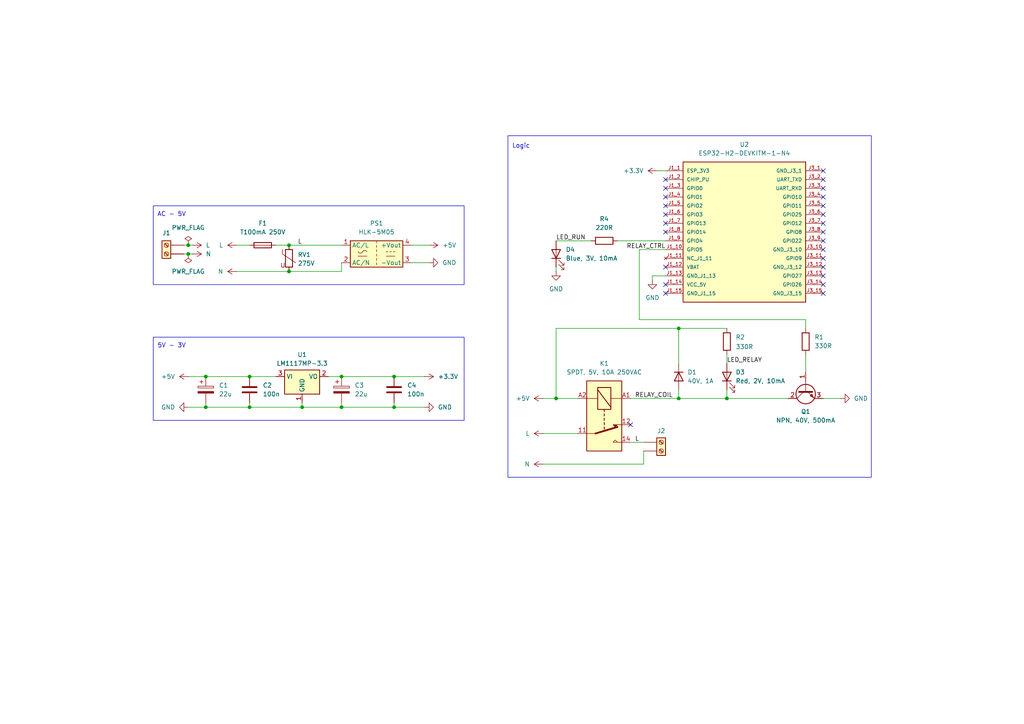
<source format=kicad_sch>
(kicad_sch (version 20250114) (generator "eeschema") (generator_version "9.0")
  (paper "A4")
  (title_block (title "ESP32-H2 smart switch") (date "2025-03-27") (rev "1") (company "Sivakov Tech") (comment 1 "Nikita Sivakov"))
  (lib_symbols
    (symbol "Converter_ACDC:HLK-5M05"
      (property "Reference" "PS" (at 0 5.08 0))
      (property "Value" "HLK-5M05" (at 0 -5.08 0))
      (symbol "HLK-5M05_0_1"
        (rectangle (start -7.62 3.81) (end 7.62 -3.81) (stroke (width 0.254)) (fill (type background)))
        (polyline (pts (xy -5.334 -0.635) (xy -2.794 -0.635)))
        (arc (start -4.064 0.635) (mid -4.699 0.2495) (end -5.334 0.635))
        (arc (start -4.064 0.635) (mid -3.429 1.0072) (end -2.794 0.635))
        (polyline (pts (xy 0 3.81) (xy 0 3.175)))
        (polyline (pts (xy 0 2.54) (xy 0 1.905)))
        (polyline (pts (xy 0 1.27) (xy 0 0.635)))
        (polyline (pts (xy 0 0) (xy 0 -0.635)))
        (polyline (pts (xy 0 -1.27) (xy 0 -1.905)))
        (polyline (pts (xy 0 -2.54) (xy 0 -3.175)))
        (polyline (pts (xy 2.794 0.635) (xy 3.302 0.635)))
        (polyline (pts (xy 2.794 -0.635) (xy 5.334 -0.635)))
        (polyline (pts (xy 3.81 0.635) (xy 4.318 0.635)))
        (polyline (pts (xy 4.826 0.635) (xy 5.334 0.635)))
      )
      (symbol "HLK-5M05_1_1"
        (pin power_in line (at -10.16 2.54 0) (length 2.54) (name "AC/L") (number "1"))
        (pin power_in line (at -10.16 -2.54 0) (length 2.54) (name "AC/N") (number "2"))
        (pin power_out line (at 10.16 2.54 180) (length 2.54) (name "+Vout") (number "4"))
        (pin power_out line (at 10.16 -2.54 180) (length 2.54) (name "-Vout") (number "3"))
      )
    )
    (symbol "Device:C" (pin_numbers (hide yes)) (pin_names (offset 0.254))
      (property "Reference" "C" (at 0.635 2.54 0))
      (property "Value" "C" (at 0.635 -2.54 0))
      (symbol "C_0_1"
        (polyline (pts (xy -2.032 0.762) (xy 2.032 0.762)) (stroke (width 0.508)))
        (polyline (pts (xy -2.032 -0.762) (xy 2.032 -0.762)) (stroke (width 0.508)))
      )
      (symbol "C_1_1"
        (pin passive line (at 0 3.81 270) (length 2.794) (name "~") (number "1"))
        (pin passive line (at 0 -3.81 90) (length 2.794) (name "~") (number "2"))
      )
    )
    (symbol "Device:C_Polarized" (pin_numbers (hide yes)) (pin_names (offset 0.254))
      (property "Reference" "C" (at 0.635 2.54 0))
      (property "Value" "C_Polarized" (at 0.635 -2.54 0))
      (symbol "C_Polarized_0_1"
        (rectangle (start -2.286 0.508) (end 2.286 1.016))
        (polyline (pts (xy -1.778 2.286) (xy -0.762 2.286)))
        (polyline (pts (xy -1.27 2.794) (xy -1.27 1.778)))
        (rectangle (start 2.286 -0.508) (end -2.286 -1.016) (fill (type outline)))
      )
      (symbol "C_Polarized_1_1"
        (pin passive line (at 0 3.81 270) (length 2.794) (name "~") (number "1"))
        (pin passive line (at 0 -3.81 90) (length 2.794) (name "~") (number "2"))
      )
    )
    (symbol "Device:D" (pin_numbers (hide yes)) (pin_names (offset 1.016) (hide yes))
      (property "Reference" "D" (at 0 2.54 0))
      (property "Value" "D" (at 0 -2.54 0))
      (symbol "D_0_1"
        (polyline (pts (xy -1.27 1.27) (xy -1.27 -1.27)) (stroke (width 0.254)))
        (polyline (pts (xy 1.27 1.27) (xy 1.27 -1.27) (xy -1.27 0) (xy 1.27 1.27)) (stroke (width 0.254)))
        (polyline (pts (xy 1.27 0) (xy -1.27 0)))
      )
      (symbol "D_1_1"
        (pin passive line (at -3.81 0 0) (length 2.54) (name "K") (number "1"))
        (pin passive line (at 3.81 0 180) (length 2.54) (name "A") (number "2"))
      )
    )
    (symbol "Device:Fuse" (pin_numbers (hide yes)) (pin_names (offset 0))
      (property "Reference" "F" (at 2.032 0 90))
      (property "Value" "Fuse" (at -1.905 0 90))
      (symbol "Fuse_0_1"
        (rectangle (start -0.762 -2.54) (end 0.762 2.54) (stroke (width 0.254)))
        (polyline (pts (xy 0 2.54) (xy 0 -2.54)))
      )
      (symbol "Fuse_1_1"
        (pin passive line (at 0 3.81 270) (length 1.27) (name "~") (number "1"))
        (pin passive line (at 0 -3.81 90) (length 1.27) (name "~") (number "2"))
      )
    )
    (symbol "Device:LED" (pin_numbers (hide yes)) (pin_names (offset 1.016) (hide yes))
      (property "Reference" "D" (at 0 2.54 0))
      (property "Value" "LED" (at 0 -2.54 0))
      (symbol "LED_0_1"
        (polyline (pts (xy -3.048 -0.762) (xy -4.572 -2.286) (xy -3.81 -2.286) (xy -4.572 -2.286) (xy -4.572 -1.524)))
        (polyline (pts (xy -1.778 -0.762) (xy -3.302 -2.286) (xy -2.54 -2.286) (xy -3.302 -2.286) (xy -3.302 -1.524)))
        (polyline (pts (xy -1.27 0) (xy 1.27 0)))
        (polyline (pts (xy -1.27 -1.27) (xy -1.27 1.27)) (stroke (width 0.254)))
        (polyline (pts (xy 1.27 -1.27) (xy 1.27 1.27) (xy -1.27 0) (xy 1.27 -1.27)) (stroke (width 0.254)))
      )
      (symbol "LED_1_1"
        (pin passive line (at -3.81 0 0) (length 2.54) (name "K") (number "1"))
        (pin passive line (at 3.81 0 180) (length 2.54) (name "A") (number "2"))
      )
    )
    (symbol "Device:R" (pin_numbers (hide yes)) (pin_names (offset 0))
      (property "Reference" "R" (at 2.032 0 90))
      (property "Value" "R" (at 0 0 90))
      (symbol "R_0_1"
        (rectangle (start -1.016 -2.54) (end 1.016 2.54) (stroke (width 0.254)))
      )
      (symbol "R_1_1"
        (pin passive line (at 0 3.81 270) (length 1.27) (name "~") (number "1"))
        (pin passive line (at 0 -3.81 90) (length 1.27) (name "~") (number "2"))
      )
    )
    (symbol "Device:Varistor" (pin_numbers (hide yes)) (pin_names (offset 0))
      (property "Reference" "RV" (at 3.175 0 90))
      (property "Value" "Varistor" (at -3.175 0 90))
      (symbol "Varistor_0_0"
        (text "U" (at -1.778 -2.032 0) (effects (font (size 1.27 1.27))))
      )
      (symbol "Varistor_0_1"
        (polyline (pts (xy -1.905 2.54) (xy -1.905 1.27) (xy 1.905 -1.27)))
        (rectangle (start -1.016 -2.54) (end 1.016 2.54) (stroke (width 0.254)))
      )
      (symbol "Varistor_1_1"
        (pin passive line (at 0 3.81 270) (length 1.27) (name "~") (number "1"))
        (pin passive line (at 0 -3.81 90) (length 1.27) (name "~") (number "2"))
      )
    )
    (symbol "ESP32-H2-DEVKITM-1-N4:ESP32-H2-DEVKITM-1-N4" (pin_names (offset 1.016))
      (property "Reference" "U" (at -17.78 21.082 0))
      (property "Value" "ESP32-H2-DEVKITM-1-N4" (at -17.78 -22.86 0))
      (symbol "ESP32-H2-DEVKITM-1-N4_0_0"
        (rectangle (start -17.78 -20.32) (end 17.78 20.32) (stroke (width 0.254)) (fill (type background)))
        (pin power_in line (at -22.86 17.78 0) (length 5.08) (name "ESP_3V3") (number "J1_1"))
        (pin input line (at -22.86 15.24 0) (length 5.08) (name "CHIP_PU") (number "J1_2"))
        (pin bidirectional line (at -22.86 12.7 0) (length 5.08) (name "GPIO0") (number "J1_3"))
        (pin bidirectional line (at -22.86 10.16 0) (length 5.08) (name "GPIO1") (number "J1_4"))
        (pin bidirectional line (at -22.86 7.62 0) (length 5.08) (name "GPIO2") (number "J1_5"))
        (pin bidirectional line (at -22.86 5.08 0) (length 5.08) (name "GPIO3") (number "J1_6"))
        (pin bidirectional line (at -22.86 2.54 0) (length 5.08) (name "GPIO13") (number "J1_7"))
        (pin bidirectional line (at -22.86 0 0) (length 5.08) (name "GPIO14") (number "J1_8"))
        (pin bidirectional line (at -22.86 -2.54 0) (length 5.08) (name "GPIO4") (number "J1_9"))
        (pin bidirectional line (at -22.86 -5.08 0) (length 5.08) (name "GPIO5") (number "J1_10"))
        (pin no_connect line (at -22.86 -7.62 0) (length 5.08) (name "NC_J1_11") (number "J1_11"))
        (pin power_in line (at -22.86 -10.16 0) (length 5.08) (name "VBAT") (number "J1_12"))
        (pin power_in line (at -22.86 -12.7 0) (length 5.08) (name "GND_J1_13") (number "J1_13"))
        (pin power_in line (at -22.86 -15.24 0) (length 5.08) (name "VCC_5V") (number "J1_14"))
        (pin power_in line (at -22.86 -17.78 0) (length 5.08) (name "GND_J1_15") (number "J1_15"))
        (pin power_in line (at 22.86 17.78 180) (length 5.08) (name "GND_J3_1") (number "J3_1"))
        (pin bidirectional line (at 22.86 15.24 180) (length 5.08) (name "UART_TXD") (number "J3_2"))
        (pin bidirectional line (at 22.86 12.7 180) (length 5.08) (name "UART_RXD") (number "J3_3"))
        (pin bidirectional line (at 22.86 10.16 180) (length 5.08) (name "GPIO10") (number "J3_4"))
        (pin bidirectional line (at 22.86 7.62 180) (length 5.08) (name "GPIO11") (number "J3_5"))
        (pin bidirectional line (at 22.86 5.08 180) (length 5.08) (name "GPIO25") (number "J3_6"))
        (pin bidirectional line (at 22.86 2.54 180) (length 5.08) (name "GPIO12") (number "J3_7"))
        (pin bidirectional line (at 22.86 0 180) (length 5.08) (name "GPIO8") (number "J3_8"))
        (pin bidirectional line (at 22.86 -2.54 180) (length 5.08) (name "GPIO22") (number "J3_9"))
        (pin power_in line (at 22.86 -5.08 180) (length 5.08) (name "GND_J3_10") (number "J3_10"))
        (pin bidirectional line (at 22.86 -7.62 180) (length 5.08) (name "GPIO9") (number "J3_11"))
        (pin power_in line (at 22.86 -10.16 180) (length 5.08) (name "GND_J3_12") (number "J3_12"))
        (pin bidirectional line (at 22.86 -12.7 180) (length 5.08) (name "GPIO27") (number "J3_13"))
        (pin bidirectional line (at 22.86 -15.24 180) (length 5.08) (name "GPIO26") (number "J3_14"))
        (pin power_in line (at 22.86 -17.78 180) (length 5.08) (name "GND_J3_15") (number "J3_15"))
      )
    )
    (symbol "Regulator_Linear:LM1117MP-3.3"
      (property "Reference" "U" (at -3.81 3.175 0))
      (property "Value" "LM1117MP-3.3" (at 0 3.175 0))
      (symbol "LM1117MP-3.3_0_1"
        (rectangle (start -5.08 -5.08) (end 5.08 1.905) (stroke (width 0.254)) (fill (type background)))
      )
      (symbol "LM1117MP-3.3_1_1"
        (pin power_in line (at -7.62 0 0) (length 2.54) (name "VI") (number "3"))
        (pin power_in line (at 0 -7.62 90) (length 2.54) (name "GND") (number "1"))
        (pin power_out line (at 7.62 0 180) (length 2.54) (name "VO") (number "2"))
      )
    )
    (symbol "Relay:Relay_SPDT"
      (property "Reference" "K" (at 11.43 3.81 0))
      (property "Value" "Relay_SPDT" (at 11.43 1.27 0))
      (symbol "Relay_SPDT_0_0"
        (polyline (pts (xy 7.62 5.08) (xy 7.62 2.54) (xy 6.985 3.175) (xy 7.62 3.81)))
      )
      (symbol "Relay_SPDT_0_1"
        (rectangle (start -10.16 5.08) (end 10.16 -5.08) (stroke (width 0.254)) (fill (type background)))
        (rectangle (start -8.255 1.905) (end -1.905 -1.905) (stroke (width 0.254)))
        (polyline (pts (xy -7.62 -1.905) (xy -2.54 1.905)) (stroke (width 0.254)))
        (polyline (pts (xy -5.08 5.08) (xy -5.08 1.905)))
        (polyline (pts (xy -5.08 -5.08) (xy -5.08 -1.905)))
        (polyline (pts (xy -1.905 0) (xy -1.27 0)) (stroke (width 0.254)))
        (polyline (pts (xy -0.635 0) (xy 0 0)) (stroke (width 0.254)))
        (polyline (pts (xy 0.635 0) (xy 1.27 0)) (stroke (width 0.254)))
        (polyline (pts (xy 1.905 0) (xy 2.54 0)) (stroke (width 0.254)))
        (polyline (pts (xy 2.54 5.08) (xy 2.54 2.54) (xy 3.175 3.175) (xy 2.54 3.81)) (fill (type outline)))
        (polyline (pts (xy 3.175 0) (xy 3.81 0)) (stroke (width 0.254)))
        (polyline (pts (xy 5.08 -2.54) (xy 3.175 3.81)) (stroke (width 0.508)))
        (polyline (pts (xy 5.08 -2.54) (xy 5.08 -5.08)))
      )
      (symbol "Relay_SPDT_1_1"
        (pin passive line (at -5.08 7.62 270) (length 2.54) (name "~") (number "A1"))
        (pin passive line (at -5.08 -7.62 90) (length 2.54) (name "~") (number "A2"))
        (pin passive line (at 2.54 7.62 270) (length 2.54) (name "~") (number "12"))
        (pin passive line (at 5.08 -7.62 90) (length 2.54) (name "~") (number "11"))
        (pin passive line (at 7.62 7.62 270) (length 2.54) (name "~") (number "14"))
      )
    )
    (symbol "Screw_Terminal_01x02_1" (pin_numbers (hide yes)) (pin_names (offset 1.016) (hide yes))
      (property "Reference" "J" (at 0 2.54 0))
      (property "Value" "Screw_Terminal_01x02" (at 0 -5.08 0))
      (symbol "Screw_Terminal_01x02_1_1_1"
        (rectangle (start -1.27 1.27) (end 1.27 -3.81) (stroke (width 0.254)) (fill (type background)))
        (polyline (pts (xy -0.5334 0.3302) (xy 0.3302 -0.508)) (stroke (width 0.1524)))
        (polyline (pts (xy -0.5334 -2.2098) (xy 0.3302 -3.048)) (stroke (width 0.1524)))
        (polyline (pts (xy -0.3556 0.508) (xy 0.508 -0.3302)) (stroke (width 0.1524)))
        (polyline (pts (xy -0.3556 -2.032) (xy 0.508 -2.8702)) (stroke (width 0.1524)))
        (circle (center 0 0) (radius 0.635) (stroke (width 0.1524)))
        (circle (center 0 -2.54) (radius 0.635) (stroke (width 0.1524)))
        (pin passive line (at -5.08 0 0) (length 3.81) (name "Pin_1") (number "1"))
        (pin passive line (at -5.08 -2.54 0) (length 3.81) (name "Pin_2") (number "2"))
      )
    )
    (symbol "Transistor_BJT:Q_NPN_BCE" (pin_names (offset 0) (hide yes))
      (property "Reference" "Q" (at 5.08 1.27 0))
      (property "Value" "Q_NPN_BCE" (at 5.08 -1.27 0))
      (symbol "Q_NPN_BCE_0_1"
        (polyline (pts (xy -2.54 0) (xy 0.635 0)))
        (polyline (pts (xy 0.635 1.905) (xy 0.635 -1.905)) (stroke (width 0.508)))
        (circle (center 1.27 0) (radius 2.8194) (stroke (width 0.254)))
      )
      (symbol "Q_NPN_BCE_1_1"
        (polyline (pts (xy 0.635 0.635) (xy 2.54 2.54)))
        (polyline (pts (xy 0.635 -0.635) (xy 2.54 -2.54)))
        (polyline (pts (xy 1.27 -1.778) (xy 1.778 -1.27) (xy 2.286 -2.286) (xy 1.27 -1.778)) (fill (type outline)))
        (pin input line (at -5.08 0 0) (length 2.54) (name "B") (number "1"))
        (pin passive line (at 2.54 5.08 270) (length 2.54) (name "C") (number "2"))
        (pin passive line (at 2.54 -5.08 90) (length 2.54) (name "E") (number "3"))
      )
    )
    (symbol "power:+3.3V" (power) (pin_numbers (hide yes)) (pin_names (offset 0) (hide yes))
      (property "Value" "+3.3V" (at 0 3.556 0))
      (symbol "+3.3V_0_1"
        (polyline (pts (xy -0.762 1.27) (xy 0 2.54)))
        (polyline (pts (xy 0 2.54) (xy 0.762 1.27)))
        (polyline (pts (xy 0 0) (xy 0 2.54)))
      )
      (symbol "+3.3V_1_1"
        (pin power_in line (at 0 0 90) (length 0) (name "~") (number "1"))
      )
    )
    (symbol "power:+5V" (power) (pin_numbers (hide yes)) (pin_names (offset 0) (hide yes))
      (property "Value" "+5V" (at 0 3.556 0))
      (symbol "+5V_0_1"
        (polyline (pts (xy -0.762 1.27) (xy 0 2.54)))
        (polyline (pts (xy 0 2.54) (xy 0.762 1.27)))
        (polyline (pts (xy 0 0) (xy 0 2.54)))
      )
      (symbol "+5V_1_1"
        (pin power_in line (at 0 0 90) (length 0) (name "~") (number "1"))
      )
    )
    (symbol "power:GND" (power) (pin_numbers (hide yes)) (pin_names (offset 0) (hide yes))
      (property "Value" "GND" (at 0 -3.81 0))
      (symbol "GND_0_1"
        (polyline (pts (xy 0 0) (xy 0 -1.27) (xy 1.27 -1.27) (xy 0 -2.54) (xy -1.27 -1.27) (xy 0 -1.27)))
      )
      (symbol "GND_1_1"
        (pin power_in line (at 0 0 270) (length 0) (name "~") (number "1"))
      )
    )
    (symbol "power:PWR_FLAG" (power) (pin_numbers (hide yes)) (pin_names (offset 0) (hide yes))
      (property "Value" "PWR_FLAG" (at 0 3.81 0))
      (symbol "PWR_FLAG_0_0"
        (pin power_out line (at 0 0 90) (length 0) (name "~") (number "1"))
      )
      (symbol "PWR_FLAG_0_1"
        (polyline (pts (xy 0 0) (xy 0 1.27) (xy -1.016 1.905) (xy 0 2.54) (xy 1.016 1.905) (xy 0 1.27)))
      )
    )
  )
  (rectangle (start 147.32 39.37) (end 252.73 138.43))
  (rectangle (start 44.45 97.79) (end 134.62 121.92))
  (rectangle (start 44.45 59.69) (end 134.62 82.55))
  (text "5V - 3V" (at 49.784 100.33 0) (effects (font (size 1.27 1.27))))
  (text "AC - 5V" (at 49.784 62.23 0) (effects (font (size 1.27 1.27))))
  (text "Logic" (at 151.13 42.418 0) (effects (font (size 1.27 1.27))))
  (junction (at 196.85 95.25))
  (junction (at 196.85 115.57))
  (junction (at 114.3 109.22))
  (junction (at 87.63 118.11))
  (junction (at 161.29 115.57))
  (junction (at 59.69 109.22))
  (junction (at 83.82 71.12))
  (junction (at 72.39 109.22))
  (junction (at 83.82 78.74))
  (junction (at 99.06 109.22))
  (junction (at 54.61 73.66))
  (junction (at 99.06 118.11))
  (junction (at 210.82 115.57))
  (junction (at 72.39 118.11))
  (junction (at 54.61 71.12))
  (junction (at 114.3 118.11))
  (junction (at 59.69 118.11))
  (no_connect (at 193.04 64.77))
  (no_connect (at 238.76 82.55))
  (no_connect (at 238.76 49.53))
  (no_connect (at 193.04 82.55))
  (no_connect (at 238.76 54.61))
  (no_connect (at 238.76 64.77))
  (no_connect (at 238.76 52.07))
  (no_connect (at 238.76 69.85))
  (no_connect (at 238.76 72.39))
  (no_connect (at 238.76 59.69))
  (no_connect (at 238.76 62.23))
  (no_connect (at 193.04 77.47))
  (no_connect (at 193.04 59.69))
  (no_connect (at 238.76 77.47))
  (no_connect (at 193.04 62.23))
  (no_connect (at 193.04 52.07))
  (no_connect (at 238.76 67.31))
  (no_connect (at 193.04 57.15))
  (no_connect (at 193.04 54.61))
  (no_connect (at 238.76 74.93))
  (no_connect (at 193.04 67.31))
  (no_connect (at 193.04 85.09))
  (no_connect (at 238.76 85.09))
  (no_connect (at 238.76 57.15))
  (no_connect (at 182.88 123.19))
  (no_connect (at 238.76 80.01))
  (wire (pts (xy 196.85 115.57) (xy 210.82 115.57)))
  (wire (pts (xy 87.63 118.11) (xy 87.63 116.84)))
  (wire (pts (xy 99.06 118.11) (xy 114.3 118.11)))
  (wire (pts (xy 53.34 73.66) (xy 54.61 73.66)))
  (wire (pts (xy 189.23 80.01) (xy 189.23 81.28)))
  (wire (pts (xy 161.29 95.25) (xy 196.85 95.25)))
  (wire (pts (xy 68.58 71.12) (xy 72.39 71.12)))
  (wire (pts (xy 99.06 76.2) (xy 99.06 78.74)))
  (wire (pts (xy 114.3 118.11) (xy 114.3 116.84)))
  (wire (pts (xy 238.76 115.57) (xy 243.84 115.57)))
  (wire (pts (xy 182.88 115.57) (xy 196.85 115.57)))
  (wire (pts (xy 196.85 95.25) (xy 196.85 105.41)))
  (wire (pts (xy 119.38 76.2) (xy 124.46 76.2)))
  (wire (pts (xy 210.82 102.87) (xy 210.82 105.41)))
  (wire (pts (xy 59.69 118.11) (xy 59.69 116.84)))
  (wire (pts (xy 179.07 69.85) (xy 193.04 69.85)))
  (wire (pts (xy 95.25 109.22) (xy 99.06 109.22)))
  (wire (pts (xy 196.85 95.25) (xy 210.82 95.25)))
  (wire (pts (xy 186.69 128.27) (xy 182.88 128.27)))
  (wire (pts (xy 54.61 73.66) (xy 55.88 73.66)))
  (wire (pts (xy 210.82 115.57) (xy 228.6 115.57)))
  (wire (pts (xy 72.39 109.22) (xy 80.01 109.22)))
  (wire (pts (xy 99.06 109.22) (xy 114.3 109.22)))
  (wire (pts (xy 72.39 118.11) (xy 87.63 118.11)))
  (wire (pts (xy 54.61 109.22) (xy 59.69 109.22)))
  (wire (pts (xy 193.04 80.01) (xy 189.23 80.01)))
  (wire (pts (xy 119.38 71.12) (xy 124.46 71.12)))
  (wire (pts (xy 68.58 78.74) (xy 83.82 78.74)))
  (wire (pts (xy 83.82 71.12) (xy 99.06 71.12)))
  (wire (pts (xy 59.69 109.22) (xy 72.39 109.22)))
  (wire (pts (xy 157.48 134.62) (xy 186.69 134.62)))
  (wire (pts (xy 185.42 92.71) (xy 233.68 92.71)))
  (wire (pts (xy 114.3 109.22) (xy 123.19 109.22)))
  (wire (pts (xy 233.68 102.87) (xy 233.68 107.95)))
  (wire (pts (xy 190.5 49.53) (xy 193.04 49.53)))
  (wire (pts (xy 53.34 71.12) (xy 54.61 71.12)))
  (wire (pts (xy 186.69 130.81) (xy 186.69 134.62)))
  (wire (pts (xy 210.82 113.03) (xy 210.82 115.57)))
  (wire (pts (xy 83.82 78.74) (xy 99.06 78.74)))
  (wire (pts (xy 161.29 77.47) (xy 161.29 78.74)))
  (wire (pts (xy 54.61 71.12) (xy 55.88 71.12)))
  (wire (pts (xy 185.42 72.39) (xy 185.42 92.71)))
  (wire (pts (xy 59.69 118.11) (xy 72.39 118.11)))
  (wire (pts (xy 161.29 95.25) (xy 161.29 115.57)))
  (wire (pts (xy 54.61 118.11) (xy 59.69 118.11)))
  (wire (pts (xy 99.06 118.11) (xy 99.06 116.84)))
  (wire (pts (xy 161.29 69.85) (xy 171.45 69.85)))
  (wire (pts (xy 185.42 72.39) (xy 193.04 72.39)))
  (wire (pts (xy 114.3 118.11) (xy 123.19 118.11)))
  (wire (pts (xy 157.48 115.57) (xy 161.29 115.57)))
  (wire (pts (xy 157.48 125.73) (xy 167.64 125.73)))
  (wire (pts (xy 196.85 113.03) (xy 196.85 115.57)))
  (wire (pts (xy 233.68 92.71) (xy 233.68 95.25)))
  (wire (pts (xy 161.29 115.57) (xy 167.64 115.57)))
  (wire (pts (xy 72.39 118.11) (xy 72.39 116.84)))
  (wire (pts (xy 80.01 71.12) (xy 83.82 71.12)))
  (wire (pts (xy 87.63 118.11) (xy 99.06 118.11)))
  (label "LED_RELAY" (at 210.82 105.41 0))
  (label "LED_RUN" (at 161.29 69.85 0))
  (label "L" (at 184.15 128.27 0))
  (label "RELAY_COIL" (at 184.15 115.57 0))
  (label "RELAY_CTRL" (at 193.04 72.39 180))
  (label "L" (at 86.36 71.12 0))
  (symbol (lib_id "Device:Varistor") (at 83.82 74.93 0) (unit 1)
    (property "Reference" "RV1" (at 86.36 73.8532 0) (effects (justify left)))
    (property "Value" "275V" (at 86.36 76.3932 0) (effects (justify left)))
    (property "Description" "Voltage dependent resistor" (effects (hide yes)))
    (property "Sim.Name" "kicad_builtin_varistor" (effects (hide yes)))
    (property "Sim.Device" "SUBCKT" (effects (hide yes)))
    (property "Sim.Pins" "1=A 2=B" (effects (hide yes)))
    (property "Sim.Params" "threshold=1k" (effects (hide yes)))
    (property "Sim.Library" "${KICAD7_SYMBOL_DIR}/Simulation_SPICE.sp" (effects (hide yes)))
  )
  (symbol (lib_id "Transistor_BJT:Q_NPN_BCE") (at 233.68 113.03 90) (mirror x) (unit 1)
    (property "Reference" "Q1" (at 233.68 119.38 90))
    (property "Value" "NPN, 40V, 500mA" (at 233.68 121.92 90))
    (property "Description" "NPN transistor, base/collector/emitter" (effects (hide yes)))
  )
  (symbol (lib_id "Device:C") (at 114.3 113.03 0) (unit 1)
    (property "Reference" "C4" (at 118.11 111.7599 0) (effects (justify left)))
    (property "Value" "100n" (at 118.11 114.2999 0) (effects (justify left)))
    (property "Description" "Unpolarized capacitor" (effects (hide yes)))
  )
  (symbol (lib_id "power:GND") (at 243.84 115.57 90) (unit 1)
    (property "Reference" "#PWR014" (effects (hide yes)))
    (property "Value" "GND" (at 247.65 115.5699 90) (effects (justify right)))
    (property "Description" "Power symbol creates a global label with name \"GND\" , ground" (effects (hide yes)))
  )
  (symbol (lib_name "Screw_Terminal_01x02_1") (lib_id "Connector:Screw_Terminal_01x02") (at 191.77 128.27 0) (unit 1)
    (property "Reference" "J2" (at 191.77 124.968 0))
    (property "Value" "Screw_Terminal_01x02" (effects (hide yes)))
    (property "Description" "Generic screw terminal, single row, 01x02, script generated (kicad-library-utils/schlib/autogen/connector/)" (effects (hide yes)))
  )
  (symbol (lib_id "Device:LED") (at 210.82 109.22 90) (unit 1)
    (property "Reference" "D3" (at 213.36 107.95 90) (effects (justify right)))
    (property "Value" "Red, 2V, 10mA" (at 213.36 110.49 90) (effects (justify right)))
    (property "Description" "Light emitting diode" (effects (hide yes)))
    (property "Sim.Pins" "1=K 2=A" (effects (hide yes)))
  )
  (symbol (lib_id "power:+5V") (at 157.48 125.73 90) (unit 1)
    (property "Reference" "#PWR012" (effects (hide yes)))
    (property "Value" "L" (at 153.67 125.7299 90) (effects (justify left)))
    (property "Description" "Power symbol creates a global label with name \"+5V\"" (effects (hide yes)))
  )
  (symbol (lib_id "power:GND") (at 54.61 118.11 270) (unit 1)
    (property "Reference" "#PWR04" (effects (hide yes)))
    (property "Value" "GND" (at 50.8 118.1099 90) (effects (justify right)))
    (property "Description" "Power symbol creates a global label with name \"GND\" , ground" (effects (hide yes)))
  )
  (symbol (lib_id "power:+5V") (at 157.48 115.57 90) (unit 1)
    (property "Reference" "#PWR011" (effects (hide yes)))
    (property "Value" "+5V" (at 153.67 115.5699 90) (effects (justify left)))
    (property "Description" "Power symbol creates a global label with name \"+5V\"" (effects (hide yes)))
  )
  (symbol (lib_id "Device:C") (at 72.39 113.03 0) (unit 1)
    (property "Reference" "C2" (at 76.2 111.7599 0) (effects (justify left)))
    (property "Value" "100n" (at 76.2 114.2999 0) (effects (justify left)))
    (property "Description" "Unpolarized capacitor" (effects (hide yes)))
  )
  (symbol (lib_id "power:+5V") (at 55.88 73.66 270) (unit 1)
    (property "Reference" "#PWR02" (effects (hide yes)))
    (property "Value" "N" (at 59.69 73.6599 90) (effects (justify left)))
    (property "Description" "Power symbol creates a global label with name \"+5V\"" (effects (hide yes)))
  )
  (symbol (lib_id "Device:D") (at 196.85 109.22 270) (unit 1)
    (property "Reference" "D1" (at 199.39 107.9499 90) (effects (justify left)))
    (property "Value" "40V, 1A" (at 199.39 110.4899 90) (effects (justify left)))
    (property "Description" "Diode" (effects (hide yes)))
    (property "Sim.Device" "D" (effects (hide yes)))
    (property "Sim.Pins" "1=K 2=A" (effects (hide yes)))
  )
  (symbol (lib_id "power:+3.3V") (at 123.19 109.22 270) (unit 1)
    (property "Reference" "#PWR07" (effects (hide yes)))
    (property "Value" "+3.3V" (at 127 109.2199 90) (effects (justify left)))
    (property "Description" "Power symbol creates a global label with name \"+3.3V\"" (effects (hide yes)))
  )
  (symbol (lib_id "power:+5V") (at 190.5 49.53 90) (unit 1)
    (property "Reference" "#PWR015" (effects (hide yes)))
    (property "Value" "+3.3V" (at 186.69 49.5299 90) (effects (justify left)))
    (property "Description" "Power symbol creates a global label with name \"+5V\"" (effects (hide yes)))
  )
  (symbol (lib_id "Device:R") (at 175.26 69.85 90) (unit 1)
    (property "Reference" "R4" (at 175.26 63.5 90))
    (property "Value" "220R" (at 175.26 66.04 90))
    (property "Description" "Resistor" (effects (hide yes)))
  )
  (symbol (lib_id "Relay:Relay_SPDT") (at 175.26 120.65 270) (unit 1)
    (property "Reference" "K1" (at 175.26 105.41 90))
    (property "Value" "SPDT, 5V, 10A 250VAC" (at 175.26 107.95 90))
    (property "Description" "Relay SPDT, monostable, EN50005" (effects (hide yes)))
  )
  (symbol (lib_id "Device:R") (at 210.82 99.06 0) (unit 1)
    (property "Reference" "R2" (at 213.36 97.79 0) (effects (justify left)))
    (property "Value" "330R" (at 213.36 100.584 0) (effects (justify left)))
    (property "Description" "Resistor" (effects (hide yes)))
  )
  (symbol (lib_id "Device:LED") (at 161.29 73.66 90) (unit 1)
    (property "Reference" "D4" (at 164.084 72.39 90) (effects (justify right)))
    (property "Value" "Blue, 3V, 10mA" (at 164.084 74.93 90) (effects (justify right)))
    (property "Description" "Light emitting diode" (effects (hide yes)))
    (property "Sim.Pins" "1=K 2=A" (effects (hide yes)))
  )
  (symbol (lib_id "Regulator_Linear:LM1117MP-3.3") (at 87.63 109.22 0) (unit 1)
    (property "Reference" "U1" (at 87.63 102.87 0))
    (property "Value" "LM1117MP-3.3" (at 87.63 105.41 0))
    (property "Footprint" "Package_TO_SOT_SMD:SOT-223-3_TabPin2" (effects (hide yes)))
    (property "Datasheet" "http://www.ti.com/lit/ds/symlink/lm1117.pdf" (effects (hide yes)))
    (property "Description" "800mA Low-Dropout Linear Regulator, 3.3V fixed output, SOT-223" (effects (hide yes)))
  )
  (symbol (lib_id "Device:C_Polarized") (at 99.06 113.03 0) (unit 1)
    (property "Reference" "C3" (at 102.87 111.76 0) (effects (justify left)))
    (property "Value" "22u" (at 102.87 114.3 0) (effects (justify left)))
    (property "Description" "Polarized capacitor" (effects (hide yes)))
  )
  (symbol (lib_id "power:GND") (at 123.19 118.11 90) (unit 1)
    (property "Reference" "#PWR08" (effects (hide yes)))
    (property "Value" "GND" (at 127 118.1099 90) (effects (justify right)))
    (property "Description" "Power symbol creates a global label with name \"GND\" , ground" (effects (hide yes)))
  )
  (symbol (lib_id "power:PWR_FLAG") (at 54.61 71.12 0) (unit 1)
    (property "Reference" "#FLG04" (effects (hide yes)))
    (property "Value" "PWR_FLAG" (at 54.61 66.04 0))
    (property "Description" "Special symbol for telling ERC where power comes from" (effects (hide yes)))
  )
  (symbol (lib_id "Device:Fuse") (at 76.2 71.12 90) (unit 1)
    (property "Reference" "F1" (at 76.2 64.77 90))
    (property "Value" "T100mA 250V" (at 76.2 67.31 90))
    (property "Description" "Fuse" (effects (hide yes)))
  )
  (symbol (lib_id "Device:C_Polarized") (at 59.69 113.03 0) (unit 1)
    (property "Reference" "C1" (at 63.5 111.76 0) (effects (justify left)))
    (property "Value" "22u" (at 63.5 114.3 0) (effects (justify left)))
    (property "Description" "Polarized capacitor" (effects (hide yes)))
  )
  (symbol (lib_id "power:GND") (at 189.23 81.28 0) (unit 1)
    (property "Reference" "#PWR016" (effects (hide yes)))
    (property "Value" "GND" (at 189.23 86.36 0))
    (property "Description" "Power symbol creates a global label with name \"GND\" , ground" (effects (hide yes)))
  )
  (symbol (lib_name "Screw_Terminal_01x02_1") (lib_id "Connector:Screw_Terminal_01x02") (at 48.26 73.66 180) (unit 1)
    (property "Reference" "J1" (at 48.26 67.564 0))
    (property "Value" "Screw_Terminal_01x02" (effects (hide yes)))
    (property "Description" "Generic screw terminal, single row, 01x02, script generated (kicad-library-utils/schlib/autogen/connector/)" (effects (hide yes)))
  )
  (symbol (lib_id "ESP32-H2-DEVKITM-1-N4:ESP32-H2-DEVKITM-1-N4") (at 215.9 67.31 0) (unit 1)
    (property "Reference" "U2" (at 215.9 41.91 0))
    (property "Value" "ESP32-H2-DEVKITM-1-N4" (at 215.9 44.45 0))
    (property "Footprint" "ESP32-H2-DEVKITM-1-N4:MODULE_ESP32-H2-DEVKITM-1-N4" (effects (hide yes)))
    (property "MF" "Espressif Systems" (effects (hide yes)))
    (property "Description_1" "The ESP32-H2-DEVKITM-1-N4 Evaluation Board from Espressif Systems is a development tool for wireless communication projects, supporting 802.15.4 (Zigbee®) and Bluetooth® Low Energy (BLE) connectivity. Built around the ESP32-H2-MINI-1 IC, the board features 4MB Flash and offers a variety of I/O and USB interfaces, making it ideal for IoT applications. It provides easy access to most I/O pins via pin headers on both sides of the board for simple interfacing with external components. Developers can use jumper wires or mount the board on a breadboard for quick prototyping. The board also includes a PCB on-board antenna, ensuring reliable wireless performance." (effects (hide yes)))
    (property "Package" "None" (effects (hide yes)))
    (property "Price" "None" (effects (hide yes)))
    (property "Check_prices" "https://www.snapeda.com/parts/ESP32-H2-DEVKITM-1-N4/Espressif+Systems/view-part/?ref=eda" (effects (hide yes)))
    (property "STANDARD" "Manufacturer Recommendations" (effects (hide yes)))
    (property "PARTREV" "1.2" (effects (hide yes)))
    (property "SnapEDA_Link" "https://www.snapeda.com/parts/ESP32-H2-DEVKITM-1-N4/Espressif+Systems/view-part/?ref=snap" (effects (hide yes)))
    (property "MP" "ESP32-H2-DEVKITM-1-N4" (effects (hide yes)))
    (property "Availability" "In Stock" (effects (hide yes)))
    (property "MANUFACTURER" "Espressif Systems" (effects (hide yes)))
  )
  (symbol (lib_id "power:GND") (at 124.46 76.2 90) (unit 1)
    (property "Reference" "#PWR010" (effects (hide yes)))
    (property "Value" "GND" (at 128.27 76.1999 90) (effects (justify right)))
    (property "Description" "Power symbol creates a global label with name \"GND\" , ground" (effects (hide yes)))
  )
  (symbol (lib_id "power:PWR_FLAG") (at 54.61 73.66 180) (unit 1)
    (property "Reference" "#FLG03" (effects (hide yes)))
    (property "Value" "PWR_FLAG" (at 54.61 78.74 0))
    (property "Description" "Special symbol for telling ERC where power comes from" (effects (hide yes)))
  )
  (symbol (lib_id "power:+5V") (at 54.61 109.22 90) (unit 1)
    (property "Reference" "#PWR03" (effects (hide yes)))
    (property "Value" "+5V" (at 50.8 109.2199 90) (effects (justify left)))
    (property "Description" "Power symbol creates a global label with name \"+5V\"" (effects (hide yes)))
  )
  (symbol (lib_id "power:+5V") (at 124.46 71.12 270) (unit 1)
    (property "Reference" "#PWR09" (effects (hide yes)))
    (property "Value" "+5V" (at 128.27 71.1199 90) (effects (justify left)))
    (property "Description" "Power symbol creates a global label with name \"+5V\"" (effects (hide yes)))
  )
  (symbol (lib_id "power:+5V") (at 157.48 134.62 90) (unit 1)
    (property "Reference" "#PWR013" (effects (hide yes)))
    (property "Value" "N" (at 153.67 134.6199 90) (effects (justify left)))
    (property "Description" "Power symbol creates a global label with name \"+5V\"" (effects (hide yes)))
  )
  (symbol (lib_id "power:+5V") (at 55.88 71.12 270) (unit 1)
    (property "Reference" "#PWR01" (effects (hide yes)))
    (property "Value" "L" (at 59.69 71.1199 90) (effects (justify left)))
    (property "Description" "Power symbol creates a global label with name \"+5V\"" (effects (hide yes)))
  )
  (symbol (lib_id "power:+5V") (at 68.58 78.74 90) (unit 1)
    (property "Reference" "#PWR06" (effects (hide yes)))
    (property "Value" "N" (at 64.77 78.7399 90) (effects (justify left)))
    (property "Description" "Power symbol creates a global label with name \"+5V\"" (effects (hide yes)))
  )
  (symbol (lib_id "Device:R") (at 233.68 99.06 0) (unit 1)
    (property "Reference" "R1" (at 236.22 97.7899 0) (effects (justify left)))
    (property "Value" "330R" (at 236.22 100.3299 0) (effects (justify left)))
    (property "Description" "Resistor" (effects (hide yes)))
  )
  (symbol (lib_id "Converter_ACDC:HLK-5M05") (at 109.22 73.66 0) (unit 1)
    (property "Reference" "PS1" (at 109.22 64.77 0))
    (property "Value" "HLK-5M05" (at 109.22 67.31 0))
    (property "Footprint" "Converter_ACDC:Converter_ACDC_Hi-Link_HLK-5Mxx" (effects (hide yes)))
    (property "Datasheet" "http://h.hlktech.com/download/ACDC%E7%94%B5%E6%BA%90%E6%A8%A1%E5%9D%975W%E7%B3%BB%E5%88%97/1/%E6%B5%B7%E5%87%8C%E7%A7%915W%E7%B3%BB%E5%88%97%E7%94%B5%E6%BA%90%E6%A8%A1%E5%9D%97%E8%A7%84%E6%A0%BC%E4%B9%A6V2.8.pdf" (effects (hide yes)))
    (property "Description" "Compact AC/DC board mount power module 5W, 5V 1A" (effects (hide yes)))
  )
  (symbol (lib_id "power:GND") (at 161.29 78.74 0) (unit 1)
    (property "Reference" "#PWR019" (effects (hide yes)))
    (property "Value" "GND" (at 161.29 83.82 0))
    (property "Description" "Power symbol creates a global label with name \"GND\" , ground" (effects (hide yes)))
  )
  (symbol (lib_id "power:+5V") (at 68.58 71.12 90) (unit 1)
    (property "Reference" "#PWR05" (effects (hide yes)))
    (property "Value" "L" (at 64.77 71.1199 90) (effects (justify left)))
    (property "Description" "Power symbol creates a global label with name \"+5V\"" (effects (hide yes)))
  )
)
</source>
